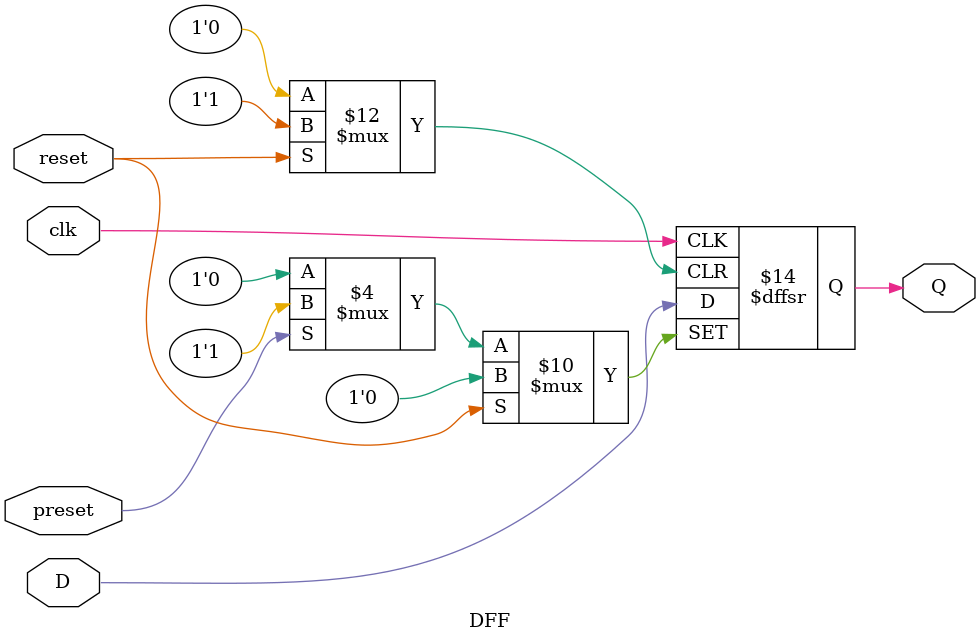
<source format=v>
module DFF(D,clk,Q,reset,preset);
input D,clk,reset,preset;
output reg Q;

always @(posedge clk, posedge reset, posedge preset) begin
    if(reset) Q<=0;
    else if(preset) Q<=1'b1;
    else begin
        Q<=D;
    end
end
endmodule
</source>
